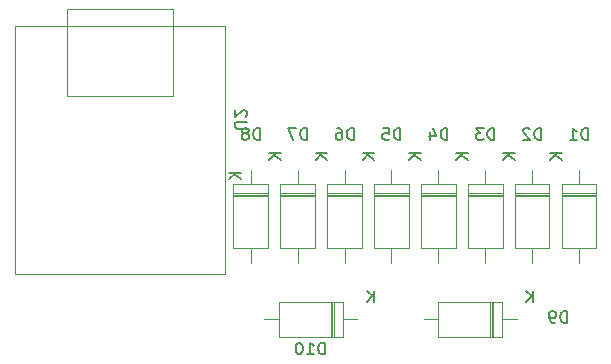
<source format=gbr>
%TF.GenerationSoftware,KiCad,Pcbnew,8.0.5-dirty*%
%TF.CreationDate,2024-10-03T21:51:06-04:00*%
%TF.ProjectId,cool-keyboard,636f6f6c-2d6b-4657-9962-6f6172642e6b,rev?*%
%TF.SameCoordinates,Original*%
%TF.FileFunction,Legend,Bot*%
%TF.FilePolarity,Positive*%
%FSLAX46Y46*%
G04 Gerber Fmt 4.6, Leading zero omitted, Abs format (unit mm)*
G04 Created by KiCad (PCBNEW 8.0.5-dirty) date 2024-10-03 21:51:06*
%MOMM*%
%LPD*%
G01*
G04 APERTURE LIST*
%ADD10C,0.150000*%
%ADD11C,0.120000*%
G04 APERTURE END LIST*
D10*
X155424094Y-77480319D02*
X155424094Y-76480319D01*
X155424094Y-76480319D02*
X155185999Y-76480319D01*
X155185999Y-76480319D02*
X155043142Y-76527938D01*
X155043142Y-76527938D02*
X154947904Y-76623176D01*
X154947904Y-76623176D02*
X154900285Y-76718414D01*
X154900285Y-76718414D02*
X154852666Y-76908890D01*
X154852666Y-76908890D02*
X154852666Y-77051747D01*
X154852666Y-77051747D02*
X154900285Y-77242223D01*
X154900285Y-77242223D02*
X154947904Y-77337461D01*
X154947904Y-77337461D02*
X155043142Y-77432700D01*
X155043142Y-77432700D02*
X155185999Y-77480319D01*
X155185999Y-77480319D02*
X155424094Y-77480319D01*
X154376475Y-77480319D02*
X154185999Y-77480319D01*
X154185999Y-77480319D02*
X154090761Y-77432700D01*
X154090761Y-77432700D02*
X154043142Y-77385080D01*
X154043142Y-77385080D02*
X153947904Y-77242223D01*
X153947904Y-77242223D02*
X153900285Y-77051747D01*
X153900285Y-77051747D02*
X153900285Y-76670795D01*
X153900285Y-76670795D02*
X153947904Y-76575557D01*
X153947904Y-76575557D02*
X153995523Y-76527938D01*
X153995523Y-76527938D02*
X154090761Y-76480319D01*
X154090761Y-76480319D02*
X154281237Y-76480319D01*
X154281237Y-76480319D02*
X154376475Y-76527938D01*
X154376475Y-76527938D02*
X154424094Y-76575557D01*
X154424094Y-76575557D02*
X154471713Y-76670795D01*
X154471713Y-76670795D02*
X154471713Y-76908890D01*
X154471713Y-76908890D02*
X154424094Y-77004128D01*
X154424094Y-77004128D02*
X154376475Y-77051747D01*
X154376475Y-77051747D02*
X154281237Y-77099366D01*
X154281237Y-77099366D02*
X154090761Y-77099366D01*
X154090761Y-77099366D02*
X153995523Y-77051747D01*
X153995523Y-77051747D02*
X153947904Y-77004128D01*
X153947904Y-77004128D02*
X153900285Y-76908890D01*
X152566604Y-75739019D02*
X152566604Y-74739019D01*
X151995176Y-75739019D02*
X152423747Y-75167590D01*
X151995176Y-74739019D02*
X152566604Y-75310447D01*
X137358394Y-61986319D02*
X137358394Y-60986319D01*
X137358394Y-60986319D02*
X137120299Y-60986319D01*
X137120299Y-60986319D02*
X136977442Y-61033938D01*
X136977442Y-61033938D02*
X136882204Y-61129176D01*
X136882204Y-61129176D02*
X136834585Y-61224414D01*
X136834585Y-61224414D02*
X136786966Y-61414890D01*
X136786966Y-61414890D02*
X136786966Y-61557747D01*
X136786966Y-61557747D02*
X136834585Y-61748223D01*
X136834585Y-61748223D02*
X136882204Y-61843461D01*
X136882204Y-61843461D02*
X136977442Y-61938700D01*
X136977442Y-61938700D02*
X137120299Y-61986319D01*
X137120299Y-61986319D02*
X137358394Y-61986319D01*
X135929823Y-60986319D02*
X136120299Y-60986319D01*
X136120299Y-60986319D02*
X136215537Y-61033938D01*
X136215537Y-61033938D02*
X136263156Y-61081557D01*
X136263156Y-61081557D02*
X136358394Y-61224414D01*
X136358394Y-61224414D02*
X136406013Y-61414890D01*
X136406013Y-61414890D02*
X136406013Y-61795842D01*
X136406013Y-61795842D02*
X136358394Y-61891080D01*
X136358394Y-61891080D02*
X136310775Y-61938700D01*
X136310775Y-61938700D02*
X136215537Y-61986319D01*
X136215537Y-61986319D02*
X136025061Y-61986319D01*
X136025061Y-61986319D02*
X135929823Y-61938700D01*
X135929823Y-61938700D02*
X135882204Y-61891080D01*
X135882204Y-61891080D02*
X135834585Y-61795842D01*
X135834585Y-61795842D02*
X135834585Y-61557747D01*
X135834585Y-61557747D02*
X135882204Y-61462509D01*
X135882204Y-61462509D02*
X135929823Y-61414890D01*
X135929823Y-61414890D02*
X136025061Y-61367271D01*
X136025061Y-61367271D02*
X136215537Y-61367271D01*
X136215537Y-61367271D02*
X136310775Y-61414890D01*
X136310775Y-61414890D02*
X136358394Y-61462509D01*
X136358394Y-61462509D02*
X136406013Y-61557747D01*
X135143319Y-63111095D02*
X134143319Y-63111095D01*
X135143319Y-63682523D02*
X134571890Y-63253952D01*
X134143319Y-63682523D02*
X134714747Y-63111095D01*
X134945285Y-80147319D02*
X134945285Y-79147319D01*
X134945285Y-79147319D02*
X134707190Y-79147319D01*
X134707190Y-79147319D02*
X134564333Y-79194938D01*
X134564333Y-79194938D02*
X134469095Y-79290176D01*
X134469095Y-79290176D02*
X134421476Y-79385414D01*
X134421476Y-79385414D02*
X134373857Y-79575890D01*
X134373857Y-79575890D02*
X134373857Y-79718747D01*
X134373857Y-79718747D02*
X134421476Y-79909223D01*
X134421476Y-79909223D02*
X134469095Y-80004461D01*
X134469095Y-80004461D02*
X134564333Y-80099700D01*
X134564333Y-80099700D02*
X134707190Y-80147319D01*
X134707190Y-80147319D02*
X134945285Y-80147319D01*
X133421476Y-80147319D02*
X133992904Y-80147319D01*
X133707190Y-80147319D02*
X133707190Y-79147319D01*
X133707190Y-79147319D02*
X133802428Y-79290176D01*
X133802428Y-79290176D02*
X133897666Y-79385414D01*
X133897666Y-79385414D02*
X133992904Y-79433033D01*
X132802428Y-79147319D02*
X132707190Y-79147319D01*
X132707190Y-79147319D02*
X132611952Y-79194938D01*
X132611952Y-79194938D02*
X132564333Y-79242557D01*
X132564333Y-79242557D02*
X132516714Y-79337795D01*
X132516714Y-79337795D02*
X132469095Y-79528271D01*
X132469095Y-79528271D02*
X132469095Y-79766366D01*
X132469095Y-79766366D02*
X132516714Y-79956842D01*
X132516714Y-79956842D02*
X132564333Y-80052080D01*
X132564333Y-80052080D02*
X132611952Y-80099700D01*
X132611952Y-80099700D02*
X132707190Y-80147319D01*
X132707190Y-80147319D02*
X132802428Y-80147319D01*
X132802428Y-80147319D02*
X132897666Y-80099700D01*
X132897666Y-80099700D02*
X132945285Y-80052080D01*
X132945285Y-80052080D02*
X132992904Y-79956842D01*
X132992904Y-79956842D02*
X133040523Y-79766366D01*
X133040523Y-79766366D02*
X133040523Y-79528271D01*
X133040523Y-79528271D02*
X132992904Y-79337795D01*
X132992904Y-79337795D02*
X132945285Y-79242557D01*
X132945285Y-79242557D02*
X132897666Y-79194938D01*
X132897666Y-79194938D02*
X132802428Y-79147319D01*
X139072904Y-75739019D02*
X139072904Y-74739019D01*
X138501476Y-75739019D02*
X138930047Y-75167590D01*
X138501476Y-74739019D02*
X139072904Y-75310447D01*
X149264594Y-61986319D02*
X149264594Y-60986319D01*
X149264594Y-60986319D02*
X149026499Y-60986319D01*
X149026499Y-60986319D02*
X148883642Y-61033938D01*
X148883642Y-61033938D02*
X148788404Y-61129176D01*
X148788404Y-61129176D02*
X148740785Y-61224414D01*
X148740785Y-61224414D02*
X148693166Y-61414890D01*
X148693166Y-61414890D02*
X148693166Y-61557747D01*
X148693166Y-61557747D02*
X148740785Y-61748223D01*
X148740785Y-61748223D02*
X148788404Y-61843461D01*
X148788404Y-61843461D02*
X148883642Y-61938700D01*
X148883642Y-61938700D02*
X149026499Y-61986319D01*
X149026499Y-61986319D02*
X149264594Y-61986319D01*
X148359832Y-60986319D02*
X147740785Y-60986319D01*
X147740785Y-60986319D02*
X148074118Y-61367271D01*
X148074118Y-61367271D02*
X147931261Y-61367271D01*
X147931261Y-61367271D02*
X147836023Y-61414890D01*
X147836023Y-61414890D02*
X147788404Y-61462509D01*
X147788404Y-61462509D02*
X147740785Y-61557747D01*
X147740785Y-61557747D02*
X147740785Y-61795842D01*
X147740785Y-61795842D02*
X147788404Y-61891080D01*
X147788404Y-61891080D02*
X147836023Y-61938700D01*
X147836023Y-61938700D02*
X147931261Y-61986319D01*
X147931261Y-61986319D02*
X148216975Y-61986319D01*
X148216975Y-61986319D02*
X148312213Y-61938700D01*
X148312213Y-61938700D02*
X148359832Y-61891080D01*
X147049519Y-63111095D02*
X146049519Y-63111095D01*
X147049519Y-63682523D02*
X146478090Y-63253952D01*
X146049519Y-63682523D02*
X146620947Y-63111095D01*
X145295894Y-61986319D02*
X145295894Y-60986319D01*
X145295894Y-60986319D02*
X145057799Y-60986319D01*
X145057799Y-60986319D02*
X144914942Y-61033938D01*
X144914942Y-61033938D02*
X144819704Y-61129176D01*
X144819704Y-61129176D02*
X144772085Y-61224414D01*
X144772085Y-61224414D02*
X144724466Y-61414890D01*
X144724466Y-61414890D02*
X144724466Y-61557747D01*
X144724466Y-61557747D02*
X144772085Y-61748223D01*
X144772085Y-61748223D02*
X144819704Y-61843461D01*
X144819704Y-61843461D02*
X144914942Y-61938700D01*
X144914942Y-61938700D02*
X145057799Y-61986319D01*
X145057799Y-61986319D02*
X145295894Y-61986319D01*
X143867323Y-61319652D02*
X143867323Y-61986319D01*
X144105418Y-60938700D02*
X144343513Y-61652985D01*
X144343513Y-61652985D02*
X143724466Y-61652985D01*
X143080819Y-63111095D02*
X142080819Y-63111095D01*
X143080819Y-63682523D02*
X142509390Y-63253952D01*
X142080819Y-63682523D02*
X142652247Y-63111095D01*
X157202094Y-61986319D02*
X157202094Y-60986319D01*
X157202094Y-60986319D02*
X156963999Y-60986319D01*
X156963999Y-60986319D02*
X156821142Y-61033938D01*
X156821142Y-61033938D02*
X156725904Y-61129176D01*
X156725904Y-61129176D02*
X156678285Y-61224414D01*
X156678285Y-61224414D02*
X156630666Y-61414890D01*
X156630666Y-61414890D02*
X156630666Y-61557747D01*
X156630666Y-61557747D02*
X156678285Y-61748223D01*
X156678285Y-61748223D02*
X156725904Y-61843461D01*
X156725904Y-61843461D02*
X156821142Y-61938700D01*
X156821142Y-61938700D02*
X156963999Y-61986319D01*
X156963999Y-61986319D02*
X157202094Y-61986319D01*
X155678285Y-61986319D02*
X156249713Y-61986319D01*
X155963999Y-61986319D02*
X155963999Y-60986319D01*
X155963999Y-60986319D02*
X156059237Y-61129176D01*
X156059237Y-61129176D02*
X156154475Y-61224414D01*
X156154475Y-61224414D02*
X156249713Y-61272033D01*
X154987019Y-63111095D02*
X153987019Y-63111095D01*
X154987019Y-63682523D02*
X154415590Y-63253952D01*
X153987019Y-63682523D02*
X154558447Y-63111095D01*
X153233394Y-61986319D02*
X153233394Y-60986319D01*
X153233394Y-60986319D02*
X152995299Y-60986319D01*
X152995299Y-60986319D02*
X152852442Y-61033938D01*
X152852442Y-61033938D02*
X152757204Y-61129176D01*
X152757204Y-61129176D02*
X152709585Y-61224414D01*
X152709585Y-61224414D02*
X152661966Y-61414890D01*
X152661966Y-61414890D02*
X152661966Y-61557747D01*
X152661966Y-61557747D02*
X152709585Y-61748223D01*
X152709585Y-61748223D02*
X152757204Y-61843461D01*
X152757204Y-61843461D02*
X152852442Y-61938700D01*
X152852442Y-61938700D02*
X152995299Y-61986319D01*
X152995299Y-61986319D02*
X153233394Y-61986319D01*
X152281013Y-61081557D02*
X152233394Y-61033938D01*
X152233394Y-61033938D02*
X152138156Y-60986319D01*
X152138156Y-60986319D02*
X151900061Y-60986319D01*
X151900061Y-60986319D02*
X151804823Y-61033938D01*
X151804823Y-61033938D02*
X151757204Y-61081557D01*
X151757204Y-61081557D02*
X151709585Y-61176795D01*
X151709585Y-61176795D02*
X151709585Y-61272033D01*
X151709585Y-61272033D02*
X151757204Y-61414890D01*
X151757204Y-61414890D02*
X152328632Y-61986319D01*
X152328632Y-61986319D02*
X151709585Y-61986319D01*
X151018319Y-63111095D02*
X150018319Y-63111095D01*
X151018319Y-63682523D02*
X150446890Y-63253952D01*
X150018319Y-63682523D02*
X150589747Y-63111095D01*
X133389594Y-61986319D02*
X133389594Y-60986319D01*
X133389594Y-60986319D02*
X133151499Y-60986319D01*
X133151499Y-60986319D02*
X133008642Y-61033938D01*
X133008642Y-61033938D02*
X132913404Y-61129176D01*
X132913404Y-61129176D02*
X132865785Y-61224414D01*
X132865785Y-61224414D02*
X132818166Y-61414890D01*
X132818166Y-61414890D02*
X132818166Y-61557747D01*
X132818166Y-61557747D02*
X132865785Y-61748223D01*
X132865785Y-61748223D02*
X132913404Y-61843461D01*
X132913404Y-61843461D02*
X133008642Y-61938700D01*
X133008642Y-61938700D02*
X133151499Y-61986319D01*
X133151499Y-61986319D02*
X133389594Y-61986319D01*
X132484832Y-60986319D02*
X131818166Y-60986319D01*
X131818166Y-60986319D02*
X132246737Y-61986319D01*
X131174519Y-63111095D02*
X130174519Y-63111095D01*
X131174519Y-63682523D02*
X130603090Y-63253952D01*
X130174519Y-63682523D02*
X130745947Y-63111095D01*
X128307180Y-61024904D02*
X127497657Y-61024904D01*
X127497657Y-61024904D02*
X127402419Y-60977285D01*
X127402419Y-60977285D02*
X127354800Y-60929666D01*
X127354800Y-60929666D02*
X127307180Y-60834428D01*
X127307180Y-60834428D02*
X127307180Y-60643952D01*
X127307180Y-60643952D02*
X127354800Y-60548714D01*
X127354800Y-60548714D02*
X127402419Y-60501095D01*
X127402419Y-60501095D02*
X127497657Y-60453476D01*
X127497657Y-60453476D02*
X128307180Y-60453476D01*
X128211942Y-60024904D02*
X128259561Y-59977285D01*
X128259561Y-59977285D02*
X128307180Y-59882047D01*
X128307180Y-59882047D02*
X128307180Y-59643952D01*
X128307180Y-59643952D02*
X128259561Y-59548714D01*
X128259561Y-59548714D02*
X128211942Y-59501095D01*
X128211942Y-59501095D02*
X128116704Y-59453476D01*
X128116704Y-59453476D02*
X128021466Y-59453476D01*
X128021466Y-59453476D02*
X127878609Y-59501095D01*
X127878609Y-59501095D02*
X127307180Y-60072523D01*
X127307180Y-60072523D02*
X127307180Y-59453476D01*
X141327094Y-61986319D02*
X141327094Y-60986319D01*
X141327094Y-60986319D02*
X141088999Y-60986319D01*
X141088999Y-60986319D02*
X140946142Y-61033938D01*
X140946142Y-61033938D02*
X140850904Y-61129176D01*
X140850904Y-61129176D02*
X140803285Y-61224414D01*
X140803285Y-61224414D02*
X140755666Y-61414890D01*
X140755666Y-61414890D02*
X140755666Y-61557747D01*
X140755666Y-61557747D02*
X140803285Y-61748223D01*
X140803285Y-61748223D02*
X140850904Y-61843461D01*
X140850904Y-61843461D02*
X140946142Y-61938700D01*
X140946142Y-61938700D02*
X141088999Y-61986319D01*
X141088999Y-61986319D02*
X141327094Y-61986319D01*
X139850904Y-60986319D02*
X140327094Y-60986319D01*
X140327094Y-60986319D02*
X140374713Y-61462509D01*
X140374713Y-61462509D02*
X140327094Y-61414890D01*
X140327094Y-61414890D02*
X140231856Y-61367271D01*
X140231856Y-61367271D02*
X139993761Y-61367271D01*
X139993761Y-61367271D02*
X139898523Y-61414890D01*
X139898523Y-61414890D02*
X139850904Y-61462509D01*
X139850904Y-61462509D02*
X139803285Y-61557747D01*
X139803285Y-61557747D02*
X139803285Y-61795842D01*
X139803285Y-61795842D02*
X139850904Y-61891080D01*
X139850904Y-61891080D02*
X139898523Y-61938700D01*
X139898523Y-61938700D02*
X139993761Y-61986319D01*
X139993761Y-61986319D02*
X140231856Y-61986319D01*
X140231856Y-61986319D02*
X140327094Y-61938700D01*
X140327094Y-61938700D02*
X140374713Y-61891080D01*
X139112019Y-63111095D02*
X138112019Y-63111095D01*
X139112019Y-63682523D02*
X138540590Y-63253952D01*
X138112019Y-63682523D02*
X138683447Y-63111095D01*
X129420894Y-61986319D02*
X129420894Y-60986319D01*
X129420894Y-60986319D02*
X129182799Y-60986319D01*
X129182799Y-60986319D02*
X129039942Y-61033938D01*
X129039942Y-61033938D02*
X128944704Y-61129176D01*
X128944704Y-61129176D02*
X128897085Y-61224414D01*
X128897085Y-61224414D02*
X128849466Y-61414890D01*
X128849466Y-61414890D02*
X128849466Y-61557747D01*
X128849466Y-61557747D02*
X128897085Y-61748223D01*
X128897085Y-61748223D02*
X128944704Y-61843461D01*
X128944704Y-61843461D02*
X129039942Y-61938700D01*
X129039942Y-61938700D02*
X129182799Y-61986319D01*
X129182799Y-61986319D02*
X129420894Y-61986319D01*
X128278037Y-61414890D02*
X128373275Y-61367271D01*
X128373275Y-61367271D02*
X128420894Y-61319652D01*
X128420894Y-61319652D02*
X128468513Y-61224414D01*
X128468513Y-61224414D02*
X128468513Y-61176795D01*
X128468513Y-61176795D02*
X128420894Y-61081557D01*
X128420894Y-61081557D02*
X128373275Y-61033938D01*
X128373275Y-61033938D02*
X128278037Y-60986319D01*
X128278037Y-60986319D02*
X128087561Y-60986319D01*
X128087561Y-60986319D02*
X127992323Y-61033938D01*
X127992323Y-61033938D02*
X127944704Y-61081557D01*
X127944704Y-61081557D02*
X127897085Y-61176795D01*
X127897085Y-61176795D02*
X127897085Y-61224414D01*
X127897085Y-61224414D02*
X127944704Y-61319652D01*
X127944704Y-61319652D02*
X127992323Y-61367271D01*
X127992323Y-61367271D02*
X128087561Y-61414890D01*
X128087561Y-61414890D02*
X128278037Y-61414890D01*
X128278037Y-61414890D02*
X128373275Y-61462509D01*
X128373275Y-61462509D02*
X128420894Y-61510128D01*
X128420894Y-61510128D02*
X128468513Y-61605366D01*
X128468513Y-61605366D02*
X128468513Y-61795842D01*
X128468513Y-61795842D02*
X128420894Y-61891080D01*
X128420894Y-61891080D02*
X128373275Y-61938700D01*
X128373275Y-61938700D02*
X128278037Y-61986319D01*
X128278037Y-61986319D02*
X128087561Y-61986319D01*
X128087561Y-61986319D02*
X127992323Y-61938700D01*
X127992323Y-61938700D02*
X127944704Y-61891080D01*
X127944704Y-61891080D02*
X127897085Y-61795842D01*
X127897085Y-61795842D02*
X127897085Y-61605366D01*
X127897085Y-61605366D02*
X127944704Y-61510128D01*
X127944704Y-61510128D02*
X127992323Y-61462509D01*
X127992323Y-61462509D02*
X128087561Y-61414890D01*
X127804019Y-64762095D02*
X126804019Y-64762095D01*
X127804019Y-65333523D02*
X127232590Y-64904952D01*
X126804019Y-65333523D02*
X127375447Y-64762095D01*
D11*
%TO.C,D9*%
X144504700Y-75714200D02*
X144504700Y-78654200D01*
X144504700Y-77184200D02*
X143284700Y-77184200D01*
X144504700Y-78654200D02*
X149944700Y-78654200D01*
X148924700Y-78654200D02*
X148924700Y-75714200D01*
X149044700Y-78654200D02*
X149044700Y-75714200D01*
X149164700Y-78654200D02*
X149164700Y-75714200D01*
X149944700Y-75714200D02*
X144504700Y-75714200D01*
X149944700Y-77184200D02*
X151164700Y-77184200D01*
X149944700Y-78654200D02*
X149944700Y-75714200D01*
%TO.C,D6*%
X135118500Y-65733000D02*
X135118500Y-71173000D01*
X135118500Y-71173000D02*
X138058500Y-71173000D01*
X136588500Y-65733000D02*
X136588500Y-64513000D01*
X136588500Y-71173000D02*
X136588500Y-72393000D01*
X138058500Y-65733000D02*
X135118500Y-65733000D01*
X138058500Y-66513000D02*
X135118500Y-66513000D01*
X138058500Y-66633000D02*
X135118500Y-66633000D01*
X138058500Y-66753000D02*
X135118500Y-66753000D01*
X138058500Y-71173000D02*
X138058500Y-65733000D01*
%TO.C,D10*%
X131011000Y-75714200D02*
X131011000Y-78654200D01*
X131011000Y-77184200D02*
X129791000Y-77184200D01*
X131011000Y-78654200D02*
X136451000Y-78654200D01*
X135431000Y-78654200D02*
X135431000Y-75714200D01*
X135551000Y-78654200D02*
X135551000Y-75714200D01*
X135671000Y-78654200D02*
X135671000Y-75714200D01*
X136451000Y-75714200D02*
X131011000Y-75714200D01*
X136451000Y-77184200D02*
X137671000Y-77184200D01*
X136451000Y-78654200D02*
X136451000Y-75714200D01*
%TO.C,D3*%
X147024700Y-65733000D02*
X147024700Y-71173000D01*
X147024700Y-71173000D02*
X149964700Y-71173000D01*
X148494700Y-65733000D02*
X148494700Y-64513000D01*
X148494700Y-71173000D02*
X148494700Y-72393000D01*
X149964700Y-65733000D02*
X147024700Y-65733000D01*
X149964700Y-66513000D02*
X147024700Y-66513000D01*
X149964700Y-66633000D02*
X147024700Y-66633000D01*
X149964700Y-66753000D02*
X147024700Y-66753000D01*
X149964700Y-71173000D02*
X149964700Y-65733000D01*
%TO.C,D4*%
X143056000Y-65733000D02*
X143056000Y-71173000D01*
X143056000Y-71173000D02*
X145996000Y-71173000D01*
X144526000Y-65733000D02*
X144526000Y-64513000D01*
X144526000Y-71173000D02*
X144526000Y-72393000D01*
X145996000Y-65733000D02*
X143056000Y-65733000D01*
X145996000Y-66513000D02*
X143056000Y-66513000D01*
X145996000Y-66633000D02*
X143056000Y-66633000D01*
X145996000Y-66753000D02*
X143056000Y-66753000D01*
X145996000Y-71173000D02*
X145996000Y-65733000D01*
%TO.C,D1*%
X154962200Y-65733000D02*
X154962200Y-71173000D01*
X154962200Y-71173000D02*
X157902200Y-71173000D01*
X156432200Y-65733000D02*
X156432200Y-64513000D01*
X156432200Y-71173000D02*
X156432200Y-72393000D01*
X157902200Y-65733000D02*
X154962200Y-65733000D01*
X157902200Y-66513000D02*
X154962200Y-66513000D01*
X157902200Y-66633000D02*
X154962200Y-66633000D01*
X157902200Y-66753000D02*
X154962200Y-66753000D01*
X157902200Y-71173000D02*
X157902200Y-65733000D01*
%TO.C,D2*%
X150993500Y-65733000D02*
X150993500Y-71173000D01*
X150993500Y-71173000D02*
X153933500Y-71173000D01*
X152463500Y-65733000D02*
X152463500Y-64513000D01*
X152463500Y-71173000D02*
X152463500Y-72393000D01*
X153933500Y-65733000D02*
X150993500Y-65733000D01*
X153933500Y-66513000D02*
X150993500Y-66513000D01*
X153933500Y-66633000D02*
X150993500Y-66633000D01*
X153933500Y-66753000D02*
X150993500Y-66753000D01*
X153933500Y-71173000D02*
X153933500Y-65733000D01*
%TO.C,D7*%
X131149700Y-65733000D02*
X131149700Y-71173000D01*
X131149700Y-71173000D02*
X134089700Y-71173000D01*
X132619700Y-65733000D02*
X132619700Y-64513000D01*
X132619700Y-71173000D02*
X132619700Y-72393000D01*
X134089700Y-65733000D02*
X131149700Y-65733000D01*
X134089700Y-66513000D02*
X131149700Y-66513000D01*
X134089700Y-66633000D02*
X131149700Y-66633000D01*
X134089700Y-66753000D02*
X131149700Y-66753000D01*
X134089700Y-71173000D02*
X134089700Y-65733000D01*
%TO.C,U2*%
X122102000Y-58233000D02*
X113102000Y-58233000D01*
X113102000Y-50903000D01*
X122102000Y-50903000D01*
X122102000Y-58233000D01*
X126492000Y-73303000D02*
X108712000Y-73303000D01*
X108712000Y-52303000D01*
X126492000Y-52303000D01*
X126492000Y-73303000D01*
%TO.C,D5*%
X139087200Y-65733000D02*
X139087200Y-71173000D01*
X139087200Y-71173000D02*
X142027200Y-71173000D01*
X140557200Y-65733000D02*
X140557200Y-64513000D01*
X140557200Y-71173000D02*
X140557200Y-72393000D01*
X142027200Y-65733000D02*
X139087200Y-65733000D01*
X142027200Y-66513000D02*
X139087200Y-66513000D01*
X142027200Y-66633000D02*
X139087200Y-66633000D01*
X142027200Y-66753000D02*
X139087200Y-66753000D01*
X142027200Y-71173000D02*
X142027200Y-65733000D01*
%TO.C,D8*%
X127181000Y-65733000D02*
X127181000Y-71173000D01*
X127181000Y-71173000D02*
X130121000Y-71173000D01*
X128651000Y-65733000D02*
X128651000Y-64513000D01*
X128651000Y-71173000D02*
X128651000Y-72393000D01*
X130121000Y-65733000D02*
X127181000Y-65733000D01*
X130121000Y-66513000D02*
X127181000Y-66513000D01*
X130121000Y-66633000D02*
X127181000Y-66633000D01*
X130121000Y-66753000D02*
X127181000Y-66753000D01*
X130121000Y-71173000D02*
X130121000Y-65733000D01*
%TD*%
M02*

</source>
